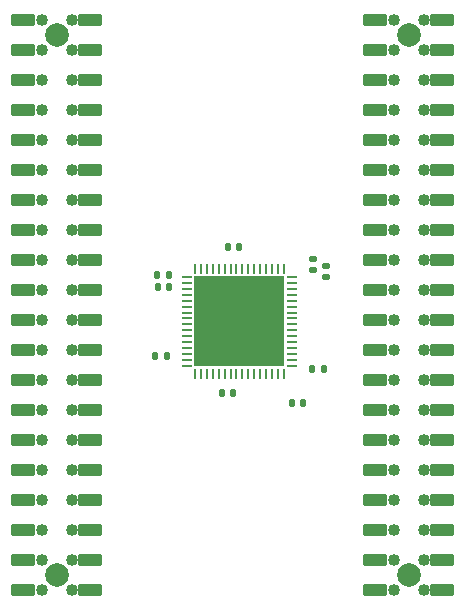
<source format=gbr>
G04 #@! TF.GenerationSoftware,KiCad,Pcbnew,7.0.10-7.0.10~ubuntu22.04.1*
G04 #@! TF.CreationDate,2024-02-20T17:40:51-05:00*
G04 #@! TF.ProjectId,caravel-breakout-qfn,63617261-7665-46c2-9d62-7265616b6f75,2.2*
G04 #@! TF.SameCoordinates,PX2dc6c00PY42c1d80*
G04 #@! TF.FileFunction,Soldermask,Top*
G04 #@! TF.FilePolarity,Negative*
%FSLAX46Y46*%
G04 Gerber Fmt 4.6, Leading zero omitted, Abs format (unit mm)*
G04 Created by KiCad (PCBNEW 7.0.10-7.0.10~ubuntu22.04.1) date 2024-02-20 17:40:51*
%MOMM*%
%LPD*%
G01*
G04 APERTURE LIST*
G04 Aperture macros list*
%AMRoundRect*
0 Rectangle with rounded corners*
0 $1 Rounding radius*
0 $2 $3 $4 $5 $6 $7 $8 $9 X,Y pos of 4 corners*
0 Add a 4 corners polygon primitive as box body*
4,1,4,$2,$3,$4,$5,$6,$7,$8,$9,$2,$3,0*
0 Add four circle primitives for the rounded corners*
1,1,$1+$1,$2,$3*
1,1,$1+$1,$4,$5*
1,1,$1+$1,$6,$7*
1,1,$1+$1,$8,$9*
0 Add four rect primitives between the rounded corners*
20,1,$1+$1,$2,$3,$4,$5,0*
20,1,$1+$1,$4,$5,$6,$7,0*
20,1,$1+$1,$6,$7,$8,$9,0*
20,1,$1+$1,$8,$9,$2,$3,0*%
G04 Aperture macros list end*
%ADD10RoundRect,0.140000X-0.170000X0.140000X-0.170000X-0.140000X0.170000X-0.140000X0.170000X0.140000X0*%
%ADD11RoundRect,0.140000X0.140000X0.170000X-0.140000X0.170000X-0.140000X-0.170000X0.140000X-0.170000X0*%
%ADD12RoundRect,0.140000X-0.140000X-0.170000X0.140000X-0.170000X0.140000X0.170000X-0.140000X0.170000X0*%
%ADD13C,1.020000*%
%ADD14C,2.000000*%
%ADD15RoundRect,0.102000X-0.898000X-0.408000X0.898000X-0.408000X0.898000X0.408000X-0.898000X0.408000X0*%
%ADD16RoundRect,0.062500X-0.062500X0.362500X-0.062500X-0.362500X0.062500X-0.362500X0.062500X0.362500X0*%
%ADD17RoundRect,0.062500X-0.362500X0.062500X-0.362500X-0.062500X0.362500X-0.062500X0.362500X0.062500X0*%
%ADD18R,7.650000X7.650000*%
G04 APERTURE END LIST*
D10*
X30400000Y29580000D03*
X30400000Y28620000D03*
D11*
X30210000Y20900000D03*
X29250000Y20900000D03*
X22580000Y18800000D03*
X21620000Y18800000D03*
D12*
X16130000Y28850000D03*
X17090000Y28850000D03*
X16150000Y27850000D03*
X17110000Y27850000D03*
D11*
X16910000Y21950000D03*
X15950000Y21950000D03*
D12*
X22120000Y31200000D03*
X23080000Y31200000D03*
D13*
X38670000Y50380000D03*
X36130000Y50380000D03*
D14*
X37400000Y49110000D03*
D13*
X38670000Y47840000D03*
X36130000Y47840000D03*
X38670000Y45300000D03*
X36130000Y45300000D03*
X38670000Y42760000D03*
X36130000Y42760000D03*
X38670000Y40220000D03*
X36130000Y40220000D03*
X38670000Y37680000D03*
X36130000Y37680000D03*
X38670000Y35140000D03*
X36130000Y35140000D03*
X38670000Y32600000D03*
X36130000Y32600000D03*
X38670000Y30060000D03*
X36130000Y30060000D03*
X38670000Y27520000D03*
X36130000Y27520000D03*
X38670000Y24980000D03*
X36130000Y24980000D03*
X38670000Y22440000D03*
X36130000Y22440000D03*
X38670000Y19900000D03*
X36130000Y19900000D03*
X38670000Y17360000D03*
X36130000Y17360000D03*
X38670000Y14820000D03*
X36130000Y14820000D03*
X38670000Y12280000D03*
X36130000Y12280000D03*
X38670000Y9740000D03*
X36130000Y9740000D03*
X38670000Y7200000D03*
X36130000Y7200000D03*
X38670000Y4660000D03*
X36130000Y4660000D03*
D14*
X37400000Y3390000D03*
D13*
X38670000Y2120000D03*
X36130000Y2120000D03*
D15*
X34550000Y50380000D03*
X40250000Y50380000D03*
X34550000Y47840000D03*
X40250000Y47840000D03*
X34550000Y45300000D03*
X40250000Y45300000D03*
X34550000Y42760000D03*
X40250000Y42760000D03*
X34550000Y40220000D03*
X40250000Y40220000D03*
X34550000Y37680000D03*
X40250000Y37680000D03*
X34550000Y35140000D03*
X40250000Y35140000D03*
X34550000Y32600000D03*
X40250000Y32600000D03*
X34550000Y30060000D03*
X40250000Y30060000D03*
X34550000Y27520000D03*
X40250000Y27520000D03*
X34550000Y24980000D03*
X40250000Y24980000D03*
X34550000Y22440000D03*
X40250000Y22440000D03*
X34550000Y19900000D03*
X40250000Y19900000D03*
X34550000Y17360000D03*
X40250000Y17360000D03*
X34550000Y14820000D03*
X40250000Y14820000D03*
X34550000Y12280000D03*
X40250000Y12280000D03*
X34550000Y9740000D03*
X40250000Y9740000D03*
X34550000Y7200000D03*
X40250000Y7200000D03*
X34550000Y4660000D03*
X40250000Y4660000D03*
X34550000Y2120000D03*
X40250000Y2120000D03*
D10*
X29300000Y30180000D03*
X29300000Y29220000D03*
D12*
X27520000Y18000000D03*
X28480000Y18000000D03*
D16*
X26830000Y29350000D03*
X26330000Y29350000D03*
X25830000Y29350000D03*
X25330000Y29350000D03*
X24830000Y29350000D03*
X24330000Y29350000D03*
X23830000Y29350000D03*
X23330000Y29350000D03*
X22830000Y29350000D03*
X22330000Y29350000D03*
X21830000Y29350000D03*
X21330000Y29350000D03*
X20830000Y29350000D03*
X20330000Y29350000D03*
X19830000Y29350000D03*
X19330000Y29350000D03*
D17*
X18630000Y28650000D03*
X18630000Y28150000D03*
X18630000Y27650000D03*
X18630000Y27150000D03*
X18630000Y26650000D03*
X18630000Y26150000D03*
X18630000Y25650000D03*
X18630000Y25150000D03*
X18630000Y24650000D03*
X18630000Y24150000D03*
X18630000Y23650000D03*
X18630000Y23150000D03*
X18630000Y22650000D03*
X18630000Y22150000D03*
X18630000Y21650000D03*
X18630000Y21150000D03*
D16*
X19330000Y20450000D03*
X19830000Y20450000D03*
X20330000Y20450000D03*
X20830000Y20450000D03*
X21330000Y20450000D03*
X21830000Y20450000D03*
X22330000Y20450000D03*
X22830000Y20450000D03*
X23330000Y20450000D03*
X23830000Y20450000D03*
X24330000Y20450000D03*
X24830000Y20450000D03*
X25330000Y20450000D03*
X25830000Y20450000D03*
X26330000Y20450000D03*
X26830000Y20450000D03*
D17*
X27530000Y21150000D03*
X27530000Y21650000D03*
X27530000Y22150000D03*
X27530000Y22650000D03*
X27530000Y23150000D03*
X27530000Y23650000D03*
X27530000Y24150000D03*
X27530000Y24650000D03*
X27530000Y25150000D03*
X27530000Y25650000D03*
X27530000Y26150000D03*
X27530000Y26650000D03*
X27530000Y27150000D03*
X27530000Y27650000D03*
X27530000Y28150000D03*
X27530000Y28650000D03*
D18*
X23080000Y24900000D03*
D13*
X8870000Y50380000D03*
X6330000Y50380000D03*
D14*
X7600000Y49110000D03*
D13*
X8870000Y47840000D03*
X6330000Y47840000D03*
X8870000Y45300000D03*
X6330000Y45300000D03*
X8870000Y42760000D03*
X6330000Y42760000D03*
X8870000Y40220000D03*
X6330000Y40220000D03*
X8870000Y37680000D03*
X6330000Y37680000D03*
X8870000Y35140000D03*
X6330000Y35140000D03*
X8870000Y32600000D03*
X6330000Y32600000D03*
X8870000Y30060000D03*
X6330000Y30060000D03*
X8870000Y27520000D03*
X6330000Y27520000D03*
X8870000Y24980000D03*
X6330000Y24980000D03*
X8870000Y22440000D03*
X6330000Y22440000D03*
X8870000Y19900000D03*
X6330000Y19900000D03*
X8870000Y17360000D03*
X6330000Y17360000D03*
X8870000Y14820000D03*
X6330000Y14820000D03*
X8870000Y12280000D03*
X6330000Y12280000D03*
X8870000Y9740000D03*
X6330000Y9740000D03*
X8870000Y7200000D03*
X6330000Y7200000D03*
X8870000Y4660000D03*
X6330000Y4660000D03*
D14*
X7600000Y3390000D03*
D13*
X8870000Y2120000D03*
X6330000Y2120000D03*
D15*
X4750000Y50380000D03*
X10450000Y50380000D03*
X4750000Y47840000D03*
X10450000Y47840000D03*
X4750000Y45300000D03*
X10450000Y45300000D03*
X4750000Y42760000D03*
X10450000Y42760000D03*
X4750000Y40220000D03*
X10450000Y40220000D03*
X4750000Y37680000D03*
X10450000Y37680000D03*
X4750000Y35140000D03*
X10450000Y35140000D03*
X4750000Y32600000D03*
X10450000Y32600000D03*
X4750000Y30060000D03*
X10450000Y30060000D03*
X4750000Y27520000D03*
X10450000Y27520000D03*
X4750000Y24980000D03*
X10450000Y24980000D03*
X4750000Y22440000D03*
X10450000Y22440000D03*
X4750000Y19900000D03*
X10450000Y19900000D03*
X4750000Y17360000D03*
X10450000Y17360000D03*
X4750000Y14820000D03*
X10450000Y14820000D03*
X4750000Y12280000D03*
X10450000Y12280000D03*
X4750000Y9740000D03*
X10450000Y9740000D03*
X4750000Y7200000D03*
X10450000Y7200000D03*
X4750000Y4660000D03*
X10450000Y4660000D03*
X4750000Y2120000D03*
X10450000Y2120000D03*
M02*

</source>
